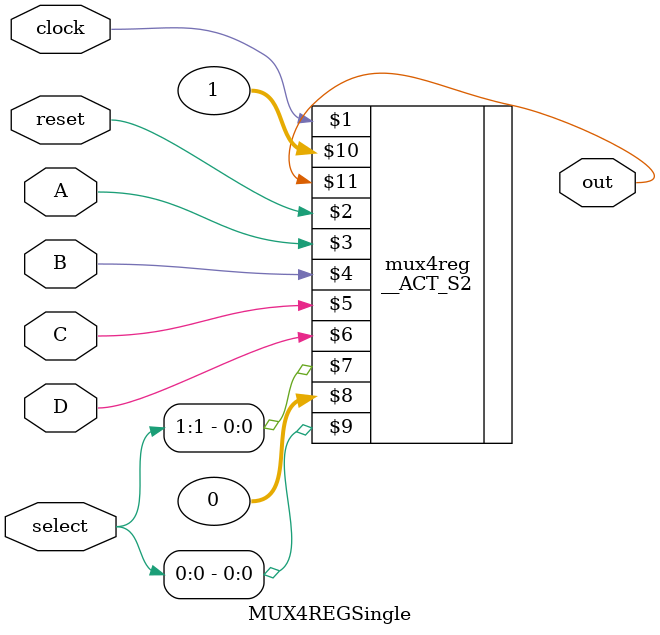
<source format=v>
module MUX4REGSingle #(parameter XLEN = 1) (
    input clock, reset,
    input [XLEN - 1 : 0] A, B, C, D,
    input [1:0] select,

    output reg [XLEN - 1 : 0] out
);
    
    __ACT_S2 #(XLEN) mux4reg(clock, reset, A, B, C, D, select[1], 0, select[0], 1, out);

endmodule
</source>
